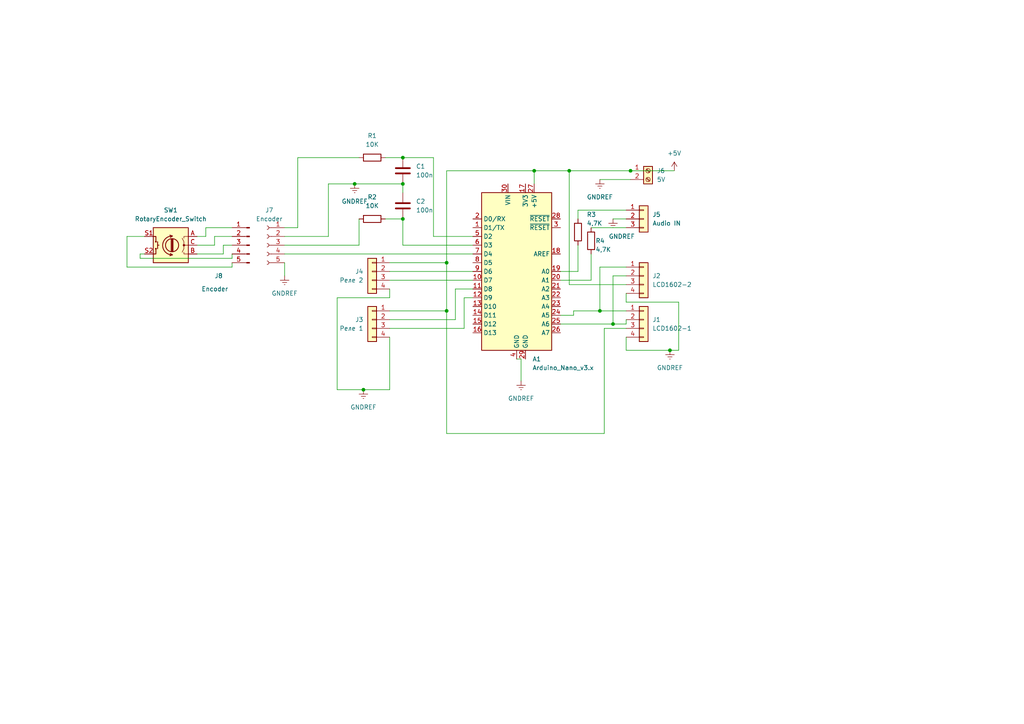
<source format=kicad_sch>
(kicad_sch (version 20211123) (generator eeschema)
  (paper "A4")
  (lib_symbols
    (symbol "Connector:Conn_01x05_Female" (pin_names (offset 1.016) hide)
      (property "Reference" "J" (at 0 7.62 0))
      (property "Value" "Conn_01x05_Female" (at 0 -7.62 0))
      (symbol "Conn_01x05_Female_1_1"
        (arc (start 0 -4.572) (mid -0.508 -5.08) (end 0 -5.588) (stroke (width 0.1524)))
        (arc (start 0 -2.032) (mid -0.508 -2.54) (end 0 -3.048) (stroke (width 0.1524)))
        (polyline (pts (xy -1.27 -5.08) (xy -0.508 -5.08)) (stroke (width 0.1524)))
        (polyline (pts (xy -1.27 -2.54) (xy -0.508 -2.54)) (stroke (width 0.1524)))
        (polyline (pts (xy -1.27 0) (xy -0.508 0)) (stroke (width 0.1524)))
        (polyline (pts (xy -1.27 2.54) (xy -0.508 2.54)) (stroke (width 0.1524)))
        (polyline (pts (xy -1.27 5.08) (xy -0.508 5.08)) (stroke (width 0.1524)))
        (arc (start 0 0.508) (mid -0.508 0) (end 0 -0.508) (stroke (width 0.1524)))
        (arc (start 0 3.048) (mid -0.508 2.54) (end 0 2.032) (stroke (width 0.1524)))
        (arc (start 0 5.588) (mid -0.508 5.08) (end 0 4.572) (stroke (width 0.1524)))
        (pin passive line (at -5.08 5.08 0) (length 3.81) (name "Pin_1") (number "1"))
        (pin passive line (at -5.08 2.54 0) (length 3.81) (name "Pin_2") (number "2"))
        (pin passive line (at -5.08 0 0) (length 3.81) (name "Pin_3") (number "3"))
        (pin passive line (at -5.08 -2.54 0) (length 3.81) (name "Pin_4") (number "4"))
        (pin passive line (at -5.08 -5.08 0) (length 3.81) (name "Pin_5") (number "5"))
      )
    )
    (symbol "Connector:Conn_01x05_Male" (pin_names (offset 1.016) hide)
      (property "Reference" "J" (at 0 7.62 0))
      (property "Value" "Conn_01x05_Male" (at 0 -7.62 0))
      (symbol "Conn_01x05_Male_1_1"
        (polyline (pts (xy 1.27 -5.08) (xy 0.8636 -5.08)) (stroke (width 0.1524)))
        (polyline (pts (xy 1.27 -2.54) (xy 0.8636 -2.54)) (stroke (width 0.1524)))
        (polyline (pts (xy 1.27 0) (xy 0.8636 0)) (stroke (width 0.1524)))
        (polyline (pts (xy 1.27 2.54) (xy 0.8636 2.54)) (stroke (width 0.1524)))
        (polyline (pts (xy 1.27 5.08) (xy 0.8636 5.08)) (stroke (width 0.1524)))
        (rectangle (start 0.8636 -4.953) (end 0 -5.207) (stroke (width 0.1524)) (fill (type outline)))
        (rectangle (start 0.8636 -2.413) (end 0 -2.667) (stroke (width 0.1524)) (fill (type outline)))
        (rectangle (start 0.8636 0.127) (end 0 -0.127) (stroke (width 0.1524)) (fill (type outline)))
        (rectangle (start 0.8636 2.667) (end 0 2.413) (stroke (width 0.1524)) (fill (type outline)))
        (rectangle (start 0.8636 5.207) (end 0 4.953) (stroke (width 0.1524)) (fill (type outline)))
        (pin passive line (at 5.08 5.08 180) (length 3.81) (name "Pin_1") (number "1"))
        (pin passive line (at 5.08 2.54 180) (length 3.81) (name "Pin_2") (number "2"))
        (pin passive line (at 5.08 0 180) (length 3.81) (name "Pin_3") (number "3"))
        (pin passive line (at 5.08 -2.54 180) (length 3.81) (name "Pin_4") (number "4"))
        (pin passive line (at 5.08 -5.08 180) (length 3.81) (name "Pin_5") (number "5"))
      )
    )
    (symbol "Connector:Screw_Terminal_01x02" (pin_names (offset 1.016) hide)
      (property "Reference" "J" (at 0 2.54 0))
      (property "Value" "Screw_Terminal_01x02" (at 0 -5.08 0))
      (symbol "Screw_Terminal_01x02_1_1"
        (rectangle (start -1.27 1.27) (end 1.27 -3.81) (stroke (width 0.254)) (fill (type background)))
        (circle (center 0 -2.54) (radius 0.635) (stroke (width 0.1524)))
        (polyline (pts (xy -0.5334 -2.2098) (xy 0.3302 -3.048)) (stroke (width 0.1524)))
        (polyline (pts (xy -0.5334 0.3302) (xy 0.3302 -0.508)) (stroke (width 0.1524)))
        (polyline (pts (xy -0.3556 -2.032) (xy 0.508 -2.8702)) (stroke (width 0.1524)))
        (polyline (pts (xy -0.3556 0.508) (xy 0.508 -0.3302)) (stroke (width 0.1524)))
        (circle (center 0 0) (radius 0.635) (stroke (width 0.1524)))
        (pin passive line (at -5.08 0 0) (length 3.81) (name "Pin_1") (number "1"))
        (pin passive line (at -5.08 -2.54 0) (length 3.81) (name "Pin_2") (number "2"))
      )
    )
    (symbol "Connector_Generic:Conn_01x03" (pin_names (offset 1.016) hide)
      (property "Reference" "J" (at 0 5.08 0))
      (property "Value" "Conn_01x03" (at 0 -5.08 0))
      (symbol "Conn_01x03_1_1"
        (rectangle (start -1.27 -2.413) (end 0 -2.667) (stroke (width 0.1524)))
        (rectangle (start -1.27 0.127) (end 0 -0.127) (stroke (width 0.1524)))
        (rectangle (start -1.27 2.667) (end 0 2.413) (stroke (width 0.1524)))
        (rectangle (start -1.27 3.81) (end 1.27 -3.81) (stroke (width 0.254)) (fill (type background)))
        (pin passive line (at -5.08 2.54 0) (length 3.81) (name "Pin_1") (number "1"))
        (pin passive line (at -5.08 0 0) (length 3.81) (name "Pin_2") (number "2"))
        (pin passive line (at -5.08 -2.54 0) (length 3.81) (name "Pin_3") (number "3"))
      )
    )
    (symbol "Connector_Generic:Conn_01x04" (pin_names (offset 1.016) hide)
      (property "Reference" "J" (at 0 5.08 0))
      (property "Value" "Conn_01x04" (at 0 -7.62 0))
      (symbol "Conn_01x04_1_1"
        (rectangle (start -1.27 -4.953) (end 0 -5.207) (stroke (width 0.1524)))
        (rectangle (start -1.27 -2.413) (end 0 -2.667) (stroke (width 0.1524)))
        (rectangle (start -1.27 0.127) (end 0 -0.127) (stroke (width 0.1524)))
        (rectangle (start -1.27 2.667) (end 0 2.413) (stroke (width 0.1524)))
        (rectangle (start -1.27 3.81) (end 1.27 -6.35) (stroke (width 0.254)) (fill (type background)))
        (pin passive line (at -5.08 2.54 0) (length 3.81) (name "Pin_1") (number "1"))
        (pin passive line (at -5.08 0 0) (length 3.81) (name "Pin_2") (number "2"))
        (pin passive line (at -5.08 -2.54 0) (length 3.81) (name "Pin_3") (number "3"))
        (pin passive line (at -5.08 -5.08 0) (length 3.81) (name "Pin_4") (number "4"))
      )
    )
    (symbol "Device:C" (pin_numbers hide) (pin_names (offset 0.254))
      (property "Reference" "C" (at 0.635 2.54 0))
      (property "Value" "C" (at 0.635 -2.54 0))
      (symbol "C_0_1"
        (polyline (pts (xy -2.032 -0.762) (xy 2.032 -0.762)) (stroke (width 0.508)))
        (polyline (pts (xy -2.032 0.762) (xy 2.032 0.762)) (stroke (width 0.508)))
      )
      (symbol "C_1_1"
        (pin passive line (at 0 3.81 270) (length 2.794) (name "~") (number "1"))
        (pin passive line (at 0 -3.81 90) (length 2.794) (name "~") (number "2"))
      )
    )
    (symbol "Device:R" (pin_numbers hide) (pin_names (offset 0))
      (property "Reference" "R" (at 2.032 0 90))
      (property "Value" "R" (at 0 0 90))
      (symbol "R_0_1"
        (rectangle (start -1.016 -2.54) (end 1.016 2.54) (stroke (width 0.254)))
      )
      (symbol "R_1_1"
        (pin passive line (at 0 3.81 270) (length 1.27) (name "~") (number "1"))
        (pin passive line (at 0 -3.81 90) (length 1.27) (name "~") (number "2"))
      )
    )
    (symbol "Device:RotaryEncoder_Switch" (pin_names (offset 0.254) hide)
      (property "Reference" "SW" (at 0 6.604 0))
      (property "Value" "RotaryEncoder_Switch" (at 0 -6.604 0))
      (symbol "RotaryEncoder_Switch_0_1"
        (rectangle (start -5.08 5.08) (end 5.08 -5.08) (stroke (width 0.254)) (fill (type background)))
        (circle (center -3.81 0) (radius 0.254) (fill (type outline)))
        (arc (start -0.381 -2.794) (mid 2.3622 -0.0508) (end -0.381 2.667) (stroke (width 0.254)))
        (circle (center -0.381 0) (radius 1.905) (stroke (width 0.254)))
        (polyline (pts (xy -0.635 -1.778) (xy -0.635 1.778)) (stroke (width 0.254)))
        (polyline (pts (xy -0.381 -1.778) (xy -0.381 1.778)) (stroke (width 0.254)))
        (polyline (pts (xy -0.127 1.778) (xy -0.127 -1.778)) (stroke (width 0.254)))
        (polyline (pts (xy 3.81 0) (xy 3.429 0)) (stroke (width 0.254)))
        (polyline (pts (xy 3.81 1.016) (xy 3.81 -1.016)) (stroke (width 0.254)))
        (polyline (pts (xy -5.08 -2.54) (xy -3.81 -2.54) (xy -3.81 -2.032)))
        (polyline (pts (xy -5.08 2.54) (xy -3.81 2.54) (xy -3.81 2.032)))
        (polyline (pts (xy 0.254 -3.048) (xy -0.508 -2.794) (xy 0.127 -2.413)) (stroke (width 0.254)))
        (polyline (pts (xy 0.254 2.921) (xy -0.508 2.667) (xy 0.127 2.286)) (stroke (width 0.254)))
        (polyline (pts (xy 5.08 -2.54) (xy 4.318 -2.54) (xy 4.318 -1.016)) (stroke (width 0.254)))
        (polyline (pts (xy 5.08 2.54) (xy 4.318 2.54) (xy 4.318 1.016)) (stroke (width 0.254)))
        (polyline (pts (xy -5.08 0) (xy -3.81 0) (xy -3.81 -1.016) (xy -3.302 -2.032)))
        (polyline (pts (xy -4.318 0) (xy -3.81 0) (xy -3.81 1.016) (xy -3.302 2.032)))
        (circle (center 4.318 -1.016) (radius 0.127) (stroke (width 0.254)))
        (circle (center 4.318 1.016) (radius 0.127) (stroke (width 0.254)))
      )
      (symbol "RotaryEncoder_Switch_1_1"
        (pin passive line (at -7.62 2.54 0) (length 2.54) (name "A") (number "A"))
        (pin passive line (at -7.62 -2.54 0) (length 2.54) (name "B") (number "B"))
        (pin passive line (at -7.62 0 0) (length 2.54) (name "C") (number "C"))
        (pin passive line (at 7.62 2.54 180) (length 2.54) (name "S1") (number "S1"))
        (pin passive line (at 7.62 -2.54 180) (length 2.54) (name "S2") (number "S2"))
      )
    )
    (symbol "MCU_Module:Arduino_Nano_v3.x"
      (property "Reference" "A" (at -10.16 23.495 0))
      (property "Value" "Arduino_Nano_v3.x" (at 5.08 -24.13 0))
      (symbol "Arduino_Nano_v3.x_0_1"
        (rectangle (start -10.16 22.86) (end 10.16 -22.86) (stroke (width 0.254)) (fill (type background)))
      )
      (symbol "Arduino_Nano_v3.x_1_1"
        (pin bidirectional line (at -12.7 12.7 0) (length 2.54) (name "D1/TX") (number "1"))
        (pin bidirectional line (at -12.7 -2.54 0) (length 2.54) (name "D7") (number "10"))
        (pin bidirectional line (at -12.7 -5.08 0) (length 2.54) (name "D8") (number "11"))
        (pin bidirectional line (at -12.7 -7.62 0) (length 2.54) (name "D9") (number "12"))
        (pin bidirectional line (at -12.7 -10.16 0) (length 2.54) (name "D10") (number "13"))
        (pin bidirectional line (at -12.7 -12.7 0) (length 2.54) (name "D11") (number "14"))
        (pin bidirectional line (at -12.7 -15.24 0) (length 2.54) (name "D12") (number "15"))
        (pin bidirectional line (at -12.7 -17.78 0) (length 2.54) (name "D13") (number "16"))
        (pin power_out line (at 2.54 25.4 270) (length 2.54) (name "3V3") (number "17"))
        (pin input line (at 12.7 5.08 180) (length 2.54) (name "AREF") (number "18"))
        (pin bidirectional line (at 12.7 0 180) (length 2.54) (name "A0") (number "19"))
        (pin bidirectional line (at -12.7 15.24 0) (length 2.54) (name "D0/RX") (number "2"))
        (pin bidirectional line (at 12.7 -2.54 180) (length 2.54) (name "A1") (number "20"))
        (pin bidirectional line (at 12.7 -5.08 180) (length 2.54) (name "A2") (number "21"))
        (pin bidirectional line (at 12.7 -7.62 180) (length 2.54) (name "A3") (number "22"))
        (pin bidirectional line (at 12.7 -10.16 180) (length 2.54) (name "A4") (number "23"))
        (pin bidirectional line (at 12.7 -12.7 180) (length 2.54) (name "A5") (number "24"))
        (pin bidirectional line (at 12.7 -15.24 180) (length 2.54) (name "A6") (number "25"))
        (pin bidirectional line (at 12.7 -17.78 180) (length 2.54) (name "A7") (number "26"))
        (pin power_out line (at 5.08 25.4 270) (length 2.54) (name "+5V") (number "27"))
        (pin input line (at 12.7 15.24 180) (length 2.54) (name "~{RESET}") (number "28"))
        (pin power_in line (at 2.54 -25.4 90) (length 2.54) (name "GND") (number "29"))
        (pin input line (at 12.7 12.7 180) (length 2.54) (name "~{RESET}") (number "3"))
        (pin power_in line (at -2.54 25.4 270) (length 2.54) (name "VIN") (number "30"))
        (pin power_in line (at 0 -25.4 90) (length 2.54) (name "GND") (number "4"))
        (pin bidirectional line (at -12.7 10.16 0) (length 2.54) (name "D2") (number "5"))
        (pin bidirectional line (at -12.7 7.62 0) (length 2.54) (name "D3") (number "6"))
        (pin bidirectional line (at -12.7 5.08 0) (length 2.54) (name "D4") (number "7"))
        (pin bidirectional line (at -12.7 2.54 0) (length 2.54) (name "D5") (number "8"))
        (pin bidirectional line (at -12.7 0 0) (length 2.54) (name "D6") (number "9"))
      )
    )
    (symbol "power:+5V" (power) (pin_names (offset 0))
      (property "Value" "+5V" (at 0 3.556 0))
      (symbol "+5V_0_1"
        (polyline (pts (xy -0.762 1.27) (xy 0 2.54)))
        (polyline (pts (xy 0 0) (xy 0 2.54)))
        (polyline (pts (xy 0 2.54) (xy 0.762 1.27)))
      )
      (symbol "+5V_1_1"
        (pin power_in line (at 0 0 90) (length 0) hide (name "+5V") (number "1"))
      )
    )
    (symbol "power:GNDREF" (power) (pin_names (offset 0))
      (property "Value" "GNDREF" (at 0 -3.81 0))
      (symbol "GNDREF_0_1"
        (polyline (pts (xy -0.635 -1.905) (xy 0.635 -1.905)))
        (polyline (pts (xy -0.127 -2.54) (xy 0.127 -2.54)))
        (polyline (pts (xy 0 -1.27) (xy 0 0)))
        (polyline (pts (xy 1.27 -1.27) (xy -1.27 -1.27)))
      )
      (symbol "GNDREF_1_1"
        (pin power_in line (at 0 0 270) (length 0) hide (name "GNDREF") (number "1"))
      )
    )
  )
  (junction (at 165.1 49.53))
  (junction (at 177.8 93.98))
  (junction (at 105.41 113.03))
  (junction (at 154.94 49.53))
  (junction (at 194.31 101.6))
  (junction (at 129.54 76.2))
  (junction (at 116.84 63.5))
  (junction (at 182.88 49.53))
  (junction (at 116.84 53.34))
  (junction (at 116.84 45.72))
  (junction (at 129.54 90.17))
  (junction (at 102.87 53.34))
  (junction (at 173.99 90.17))
  (wire (pts (xy 166.37 91.44) (xy 166.37 90.17)))
  (wire (pts (xy 111.76 63.5) (xy 116.84 63.5)))
  (wire (pts (xy 36.83 68.58) (xy 36.83 77.47)))
  (wire (pts (xy 113.03 113.03) (xy 113.03 97.79)))
  (wire (pts (xy 129.54 49.53) (xy 154.94 49.53)))
  (wire (pts (xy 137.16 71.12) (xy 116.84 71.12)))
  (wire (pts (xy 196.85 87.63) (xy 196.85 101.6)))
  (wire (pts (xy 181.61 93.98) (xy 181.61 92.71)))
  (wire (pts (xy 86.36 45.72) (xy 104.14 45.72)))
  (wire (pts (xy 116.84 71.12) (xy 116.84 63.5)))
  (wire (pts (xy 125.73 68.58) (xy 125.73 45.72)))
  (wire (pts (xy 196.85 101.6) (xy 194.31 101.6)))
  (wire (pts (xy 125.73 45.72) (xy 116.84 45.72)))
  (wire (pts (xy 171.45 81.28) (xy 162.56 81.28)))
  (wire (pts (xy 82.55 68.58) (xy 95.25 68.58)))
  (wire (pts (xy 181.61 80.01) (xy 177.8 80.01)))
  (wire (pts (xy 129.54 90.17) (xy 129.54 125.73)))
  (wire (pts (xy 165.1 82.55) (xy 165.1 49.53)))
  (wire (pts (xy 113.03 86.36) (xy 113.03 83.82)))
  (wire (pts (xy 175.26 125.73) (xy 129.54 125.73)))
  (wire (pts (xy 105.41 113.03) (xy 113.03 113.03)))
  (wire (pts (xy 151.13 104.14) (xy 151.13 110.49)))
  (wire (pts (xy 57.15 68.58) (xy 59.69 68.58)))
  (wire (pts (xy 167.64 71.12) (xy 167.64 78.74)))
  (wire (pts (xy 149.86 104.14) (xy 151.13 104.14)))
  (wire (pts (xy 62.23 68.58) (xy 67.31 68.58)))
  (wire (pts (xy 171.45 66.04) (xy 181.61 66.04)))
  (wire (pts (xy 129.54 76.2) (xy 129.54 90.17)))
  (wire (pts (xy 175.26 95.25) (xy 175.26 125.73)))
  (wire (pts (xy 36.83 77.47) (xy 67.31 77.47)))
  (wire (pts (xy 64.77 71.12) (xy 67.31 71.12)))
  (wire (pts (xy 166.37 90.17) (xy 173.99 90.17)))
  (wire (pts (xy 67.31 77.47) (xy 67.31 76.2)))
  (wire (pts (xy 129.54 49.53) (xy 129.54 76.2)))
  (wire (pts (xy 171.45 73.66) (xy 171.45 81.28)))
  (wire (pts (xy 113.03 76.2) (xy 129.54 76.2)))
  (wire (pts (xy 134.62 95.25) (xy 134.62 86.36)))
  (wire (pts (xy 181.61 82.55) (xy 165.1 82.55)))
  (wire (pts (xy 132.08 92.71) (xy 132.08 83.82)))
  (wire (pts (xy 154.94 49.53) (xy 154.94 53.34)))
  (wire (pts (xy 64.77 73.66) (xy 64.77 71.12)))
  (wire (pts (xy 181.61 95.25) (xy 175.26 95.25)))
  (wire (pts (xy 113.03 81.28) (xy 137.16 81.28)))
  (wire (pts (xy 82.55 80.01) (xy 82.55 76.2)))
  (wire (pts (xy 181.61 63.5) (xy 177.8 63.5)))
  (wire (pts (xy 67.31 74.93) (xy 67.31 73.66)))
  (wire (pts (xy 113.03 92.71) (xy 132.08 92.71)))
  (wire (pts (xy 86.36 66.04) (xy 86.36 45.72)))
  (wire (pts (xy 181.61 87.63) (xy 196.85 87.63)))
  (wire (pts (xy 181.61 97.79) (xy 181.61 101.6)))
  (wire (pts (xy 181.61 85.09) (xy 181.61 87.63)))
  (wire (pts (xy 173.99 90.17) (xy 181.61 90.17)))
  (wire (pts (xy 167.64 60.96) (xy 181.61 60.96)))
  (wire (pts (xy 59.69 66.04) (xy 67.31 66.04)))
  (wire (pts (xy 173.99 77.47) (xy 173.99 90.17)))
  (wire (pts (xy 82.55 66.04) (xy 86.36 66.04)))
  (wire (pts (xy 154.94 49.53) (xy 165.1 49.53)))
  (wire (pts (xy 97.79 86.36) (xy 97.79 113.03)))
  (wire (pts (xy 167.64 78.74) (xy 162.56 78.74)))
  (wire (pts (xy 57.15 71.12) (xy 62.23 71.12)))
  (wire (pts (xy 59.69 68.58) (xy 59.69 66.04)))
  (wire (pts (xy 41.91 68.58) (xy 36.83 68.58)))
  (wire (pts (xy 166.37 91.44) (xy 162.56 91.44)))
  (wire (pts (xy 104.14 71.12) (xy 104.14 63.5)))
  (wire (pts (xy 177.8 93.98) (xy 181.61 93.98)))
  (wire (pts (xy 40.64 73.66) (xy 40.64 74.93)))
  (wire (pts (xy 113.03 78.74) (xy 137.16 78.74)))
  (wire (pts (xy 41.91 73.66) (xy 40.64 73.66)))
  (wire (pts (xy 177.8 80.01) (xy 177.8 93.98)))
  (wire (pts (xy 97.79 86.36) (xy 113.03 86.36)))
  (wire (pts (xy 137.16 68.58) (xy 125.73 68.58)))
  (wire (pts (xy 97.79 113.03) (xy 105.41 113.03)))
  (wire (pts (xy 82.55 73.66) (xy 137.16 73.66)))
  (wire (pts (xy 181.61 77.47) (xy 173.99 77.47)))
  (wire (pts (xy 95.25 68.58) (xy 95.25 53.34)))
  (wire (pts (xy 182.88 49.53) (xy 195.58 49.53)))
  (wire (pts (xy 40.64 74.93) (xy 67.31 74.93)))
  (wire (pts (xy 167.64 63.5) (xy 167.64 60.96)))
  (wire (pts (xy 62.23 71.12) (xy 62.23 68.58)))
  (wire (pts (xy 82.55 71.12) (xy 104.14 71.12)))
  (wire (pts (xy 134.62 86.36) (xy 137.16 86.36)))
  (wire (pts (xy 57.15 73.66) (xy 64.77 73.66)))
  (wire (pts (xy 165.1 49.53) (xy 182.88 49.53)))
  (wire (pts (xy 102.87 53.34) (xy 116.84 53.34)))
  (wire (pts (xy 182.88 52.07) (xy 173.99 52.07)))
  (wire (pts (xy 95.25 53.34) (xy 102.87 53.34)))
  (wire (pts (xy 181.61 101.6) (xy 194.31 101.6)))
  (wire (pts (xy 113.03 90.17) (xy 129.54 90.17)))
  (wire (pts (xy 162.56 93.98) (xy 177.8 93.98)))
  (wire (pts (xy 116.84 53.34) (xy 116.84 55.88)))
  (wire (pts (xy 113.03 95.25) (xy 134.62 95.25)))
  (wire (pts (xy 111.76 45.72) (xy 116.84 45.72)))
  (wire (pts (xy 132.08 83.82) (xy 137.16 83.82)))
  (symbol (lib_id "Connector_Generic:Conn_01x04") (at 186.69 92.71 0) (unit 1)
    (property "Reference" "J1" (at 189.23 92.7099 0) (effects (justify left)))
    (property "Value" "LCD1602-1" (at 189.23 95.2499 0) (effects (justify left)))
    (property "Footprint" "Connector_JST:JST_XH_B4B-XH-A_1x04_P2.50mm_Vertical" (effects hide))
  )
  (symbol (lib_id "Connector:Screw_Terminal_01x02") (at 187.96 49.53 0) (unit 1)
    (property "Reference" "J6" (at 190.5 49.5299 0) (effects (justify left)))
    (property "Value" "5V" (at 190.5 52.0699 0) (effects (justify left)))
    (property "Footprint" "TerminalBlock:TerminalBlock_bornier-2_P5.08mm" (effects hide))
  )
  (symbol (lib_id "Connector_Generic:Conn_01x04") (at 107.95 78.74 0) (mirror y) (unit 1)
    (property "Reference" "J4" (at 105.41 78.7399 0) (effects (justify left)))
    (property "Value" "Реле 2" (at 105.41 81.2799 0) (effects (justify left)))
    (property "Footprint" "Connector_JST:JST_XH_B4B-XH-A_1x04_P2.50mm_Vertical" (effects hide))
  )
  (symbol (lib_id "power:+5V") (at 195.58 49.53 0) (unit 1)
    (property "Reference" "#PWR0105" (effects hide))
    (property "Value" "+5V" (at 195.58 44.45 0))
  )
  (symbol (lib_id "Device:R") (at 171.45 69.85 0) (unit 1)
    (property "Reference" "R4" (at 172.72 69.85 0) (effects (justify left)))
    (property "Value" "4,7K" (at 172.72 72.39 0) (effects (justify left)))
    (property "Footprint" "Resistor_THT:R_Axial_DIN0207_L6.3mm_D2.5mm_P10.16mm_Horizontal" (effects hide))
  )
  (symbol (lib_id "MCU_Module:Arduino_Nano_v3.x") (at 149.86 78.74 0) (unit 1)
    (property "Reference" "A1" (at 154.4194 104.14 0) (effects (justify left)))
    (property "Value" "Arduino_Nano_v3.x" (at 154.4194 106.68 0) (effects (justify left)))
    (property "Footprint" "Module:Arduino_Nano" (effects hide))
    (property "Datasheet" "http://www.mouser.com/pdfdocs/Gravitech_Arduino_Nano3_0.pdf" (effects hide))
  )
  (symbol (lib_id "Connector_Generic:Conn_01x04") (at 186.69 80.01 0) (unit 1)
    (property "Reference" "J2" (at 189.23 80.0099 0) (effects (justify left)))
    (property "Value" "LCD1602-2" (at 189.23 82.5499 0) (effects (justify left)))
    (property "Footprint" "Connector_JST:JST_XH_B4B-XH-A_1x04_P2.50mm_Vertical" (effects hide))
  )
  (symbol (lib_id "power:GNDREF") (at 102.87 53.34 0) (unit 1)
    (property "Reference" "#PWR0107" (effects hide))
    (property "Value" "GNDREF" (at 102.87 58.42 0))
  )
  (symbol (lib_id "Connector:Conn_01x05_Female") (at 77.47 71.12 0) (mirror y) (unit 1)
    (property "Reference" "J7" (at 78.105 60.96 0))
    (property "Value" "Encoder" (at 78.105 63.5 0))
    (property "Footprint" "Connector_JST:JST_XH_B5B-XH-A_1x05_P2.50mm_Vertical" (effects hide))
  )
  (symbol (lib_id "power:GNDREF") (at 177.8 63.5 0) (unit 1)
    (property "Reference" "#PWR0103" (effects hide))
    (property "Value" "GNDREF" (at 180.34 68.58 0))
  )
  (symbol (lib_id "power:GNDREF") (at 194.31 101.6 0) (unit 1)
    (property "Reference" "#PWR0104" (effects hide))
    (property "Value" "GNDREF" (at 194.31 106.68 0))
  )
  (symbol (lib_id "power:GNDREF") (at 82.55 80.01 0) (unit 1)
    (property "Reference" "#PWR0108" (effects hide))
    (property "Value" "GNDREF" (at 82.55 85.09 0))
  )
  (symbol (lib_id "power:GNDREF") (at 173.99 52.07 0) (unit 1)
    (property "Reference" "#PWR0106" (effects hide))
    (property "Value" "GNDREF" (at 173.99 57.15 0))
  )
  (symbol (lib_id "Device:R") (at 107.95 63.5 90) (unit 1)
    (property "Reference" "R2" (at 107.95 57.15 90))
    (property "Value" "10K" (at 107.95 59.69 90))
    (property "Footprint" "Resistor_THT:R_Axial_DIN0207_L6.3mm_D2.5mm_P10.16mm_Horizontal" (effects hide))
  )
  (symbol (lib_id "Device:RotaryEncoder_Switch") (at 49.53 71.12 0) (mirror y) (unit 1)
    (property "Reference" "SW1" (at 49.53 60.96 0))
    (property "Value" "RotaryEncoder_Switch" (at 49.53 63.5 0))
    (property "Footprint" "Rotary_Encoder:RotaryEncoder_Alps_EC11E-Switch_Vertical_H20mm" (effects hide))
  )
  (symbol (lib_id "Device:R") (at 167.64 67.31 0) (unit 1)
    (property "Reference" "R3" (at 170.18 62.23 0) (effects (justify left)))
    (property "Value" "4,7K" (at 170.18 64.77 0) (effects (justify left)))
    (property "Footprint" "Resistor_THT:R_Axial_DIN0207_L6.3mm_D2.5mm_P10.16mm_Horizontal" (effects hide))
  )
  (symbol (lib_id "Connector_Generic:Conn_01x03") (at 186.69 63.5 0) (unit 1)
    (property "Reference" "J5" (at 189.23 62.2299 0) (effects (justify left)))
    (property "Value" "Audio IN" (at 189.23 64.7699 0) (effects (justify left)))
    (property "Footprint" "Connector_JST:JST_XH_B3B-XH-A_1x03_P2.50mm_Vertical" (effects hide))
  )
  (symbol (lib_id "power:GNDREF") (at 105.41 113.03 0) (unit 1)
    (property "Reference" "#PWR0102" (effects hide))
    (property "Value" "GNDREF" (at 105.41 118.11 0))
  )
  (symbol (lib_id "Connector_Generic:Conn_01x04") (at 107.95 92.71 0) (mirror y) (unit 1)
    (property "Reference" "J3" (at 105.41 92.7099 0) (effects (justify left)))
    (property "Value" "Реле 1" (at 105.41 95.2499 0) (effects (justify left)))
    (property "Footprint" "Connector_JST:JST_XH_B4B-XH-A_1x04_P2.50mm_Vertical" (effects hide))
  )
  (symbol (lib_id "Connector:Conn_01x05_Male") (at 72.39 71.12 0) (mirror y) (unit 1)
    (property "Reference" "J8" (at 62.23 80.01 0) (effects (justify right)))
    (property "Value" "Encoder" (at 58.42 83.82 0) (effects (justify right)))
  )
  (symbol (lib_id "power:GNDREF") (at 151.13 110.49 0) (unit 1)
    (property "Reference" "#PWR0101" (effects hide))
    (property "Value" "GNDREF" (at 151.13 115.57 0))
  )
  (symbol (lib_id "Device:R") (at 107.95 45.72 90) (unit 1)
    (property "Reference" "R1" (at 107.95 39.37 90))
    (property "Value" "10K" (at 107.95 41.91 90))
    (property "Footprint" "Resistor_THT:R_Axial_DIN0207_L6.3mm_D2.5mm_P10.16mm_Horizontal" (effects hide))
  )
  (symbol (lib_id "Device:C") (at 116.84 59.69 0) (unit 1)
    (property "Reference" "C2" (at 120.65 58.4199 0) (effects (justify left)))
    (property "Value" "100n" (at 120.65 60.9599 0) (effects (justify left)))
    (property "Footprint" "Capacitor_THT:C_Disc_D4.7mm_W2.5mm_P5.00mm" (effects hide))
  )
  (symbol (lib_id "Device:C") (at 116.84 49.53 0) (unit 1)
    (property "Reference" "C1" (at 120.65 48.2599 0) (effects (justify left)))
    (property "Value" "100n" (at 120.65 50.7999 0) (effects (justify left)))
    (property "Footprint" "Capacitor_THT:C_Disc_D4.7mm_W2.5mm_P5.00mm" (effects hide))
  )
)
</source>
